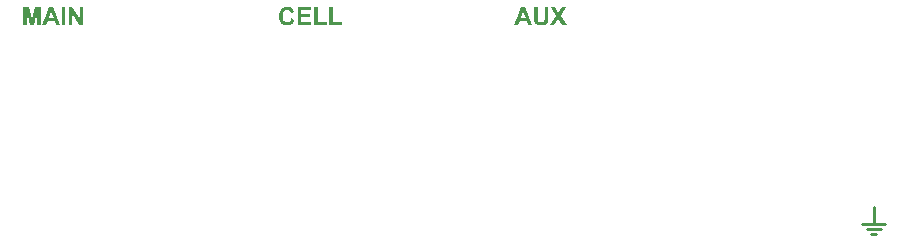
<source format=gbr>
%TF.GenerationSoftware,KiCad,Pcbnew,9.0.2*%
%TF.CreationDate,2025-05-19T10:19:53-04:00*%
%TF.ProjectId,backPanel,6261636b-5061-46e6-956c-2e6b69636164,rev?*%
%TF.SameCoordinates,Original*%
%TF.FileFunction,Legend,Top*%
%TF.FilePolarity,Positive*%
%FSLAX46Y46*%
G04 Gerber Fmt 4.6, Leading zero omitted, Abs format (unit mm)*
G04 Created by KiCad (PCBNEW 9.0.2) date 2025-05-19 10:19:53*
%MOMM*%
%LPD*%
G01*
G04 APERTURE LIST*
%ADD10C,0.250000*%
%ADD11C,0.300000*%
G04 APERTURE END LIST*
D10*
X179000000Y-106800000D02*
X179400000Y-106800000D01*
X178600000Y-106400000D02*
X179800000Y-106400000D01*
X179200000Y-104500000D02*
X179200000Y-106000000D01*
X178200000Y-106000000D02*
X180200000Y-106000000D01*
D11*
G36*
X150292276Y-89122500D02*
G01*
X149962273Y-89122500D01*
X149831115Y-88782513D01*
X149230735Y-88782513D01*
X149106721Y-89122500D01*
X148784962Y-89122500D01*
X149014897Y-88530455D01*
X149323975Y-88530455D01*
X149733845Y-88530455D01*
X149526849Y-87967719D01*
X149323975Y-88530455D01*
X149014897Y-88530455D01*
X149370045Y-87616010D01*
X149690797Y-87616010D01*
X150292276Y-89122500D01*
G37*
G36*
X150450911Y-87616010D02*
G01*
X150754169Y-87616010D01*
X150754169Y-88439322D01*
X150757853Y-88618371D01*
X150765435Y-88693395D01*
X150784650Y-88752054D01*
X150815323Y-88801500D01*
X150858125Y-88843238D01*
X150909884Y-88873342D01*
X150975473Y-88892706D01*
X151058527Y-88899750D01*
X151143145Y-88892843D01*
X151206385Y-88874333D01*
X151253158Y-88846352D01*
X151291596Y-88807367D01*
X151317496Y-88764002D01*
X151332018Y-88715194D01*
X151341336Y-88624569D01*
X151345390Y-88456999D01*
X151345390Y-87616010D01*
X151648739Y-87616010D01*
X151648739Y-88409188D01*
X151641200Y-88661199D01*
X151624101Y-88793413D01*
X151602544Y-88865826D01*
X151572270Y-88928557D01*
X151533426Y-88982915D01*
X151485805Y-89029773D01*
X151427398Y-89070827D01*
X151356655Y-89106013D01*
X151281421Y-89130039D01*
X151186481Y-89145966D01*
X151067777Y-89151809D01*
X150923632Y-89145067D01*
X150817530Y-89127375D01*
X150741347Y-89101892D01*
X150670502Y-89064018D01*
X150612479Y-89020745D01*
X150565675Y-88972107D01*
X150511420Y-88888938D01*
X150480587Y-88804678D01*
X150459594Y-88659457D01*
X150450911Y-88421461D01*
X150450911Y-87616010D01*
G37*
G36*
X151815527Y-89122500D02*
G01*
X152335214Y-88338846D01*
X151863704Y-87616010D01*
X152218253Y-87616010D01*
X152515649Y-88066821D01*
X152814602Y-87616010D01*
X153166037Y-87616010D01*
X152693885Y-88336923D01*
X153212199Y-89122500D01*
X152846384Y-89122500D01*
X152513542Y-88612246D01*
X152179326Y-89122500D01*
X151815527Y-89122500D01*
G37*
G36*
X129874166Y-88565626D02*
G01*
X130168265Y-88659415D01*
X130126303Y-88780938D01*
X130074475Y-88880565D01*
X130013496Y-88961486D01*
X129943318Y-89026146D01*
X129862223Y-89077128D01*
X129770040Y-89114436D01*
X129664840Y-89137768D01*
X129544255Y-89145947D01*
X129425899Y-89137333D01*
X129319213Y-89112370D01*
X129222314Y-89071717D01*
X129133699Y-89015137D01*
X129052320Y-88941516D01*
X128985229Y-88857140D01*
X128932168Y-88760992D01*
X128892990Y-88651371D01*
X128868356Y-88526083D01*
X128859704Y-88382535D01*
X128868561Y-88229799D01*
X128893638Y-88097936D01*
X128933248Y-87983969D01*
X128986496Y-87885360D01*
X129053327Y-87800108D01*
X129134970Y-87725940D01*
X129225262Y-87668592D01*
X129325419Y-87627108D01*
X129437170Y-87601463D01*
X129562665Y-87592562D01*
X129698743Y-87603536D01*
X129816755Y-87634897D01*
X129919864Y-87685437D01*
X130010454Y-87755503D01*
X130070430Y-87825247D01*
X130121927Y-87916044D01*
X130164144Y-88032199D01*
X129863908Y-88102541D01*
X129839054Y-88028735D01*
X129802082Y-87967975D01*
X129752717Y-87918169D01*
X129693242Y-87880999D01*
X129625488Y-87858350D01*
X129547278Y-87850483D01*
X129466077Y-87858322D01*
X129395094Y-87880938D01*
X129332253Y-87918036D01*
X129276168Y-87970742D01*
X129234517Y-88032613D01*
X129202001Y-88114586D01*
X129180272Y-88221698D01*
X129172213Y-88360004D01*
X129180333Y-88507757D01*
X129202040Y-88620308D01*
X129234143Y-88704703D01*
X129274703Y-88766851D01*
X129330121Y-88820121D01*
X129391989Y-88857473D01*
X129461648Y-88880173D01*
X129541141Y-88888026D01*
X129618776Y-88879198D01*
X129687386Y-88853432D01*
X129749145Y-88810266D01*
X129798761Y-88752992D01*
X129840843Y-88673372D01*
X129874166Y-88565626D01*
G37*
G36*
X130428292Y-89122500D02*
G01*
X130428292Y-87616010D01*
X131542131Y-87616010D01*
X131542131Y-87868068D01*
X130731550Y-87868068D01*
X130731550Y-88202192D01*
X131485711Y-88202192D01*
X131485711Y-88454251D01*
X130731550Y-88454251D01*
X130731550Y-88870441D01*
X131570799Y-88870441D01*
X131570799Y-89122500D01*
X130428292Y-89122500D01*
G37*
G36*
X131835956Y-89122500D02*
G01*
X131835956Y-87633595D01*
X132139305Y-87633595D01*
X132139305Y-88870441D01*
X132893466Y-88870441D01*
X132893466Y-89122500D01*
X131835956Y-89122500D01*
G37*
G36*
X133118231Y-89122500D02*
G01*
X133118231Y-87633595D01*
X133421580Y-87633595D01*
X133421580Y-88870441D01*
X134175741Y-88870441D01*
X134175741Y-89122500D01*
X133118231Y-89122500D01*
G37*
G36*
X107217507Y-89122500D02*
G01*
X107217507Y-87616010D01*
X107671433Y-87616010D01*
X107944008Y-88643661D01*
X108213468Y-87616010D01*
X108668493Y-87616010D01*
X108668493Y-89122500D01*
X108386667Y-89122500D01*
X108386667Y-87936670D01*
X108088538Y-89122500D01*
X107796454Y-89122500D01*
X107499333Y-87936670D01*
X107499333Y-89122500D01*
X107217507Y-89122500D01*
G37*
G36*
X110324551Y-89122500D02*
G01*
X109994548Y-89122500D01*
X109863390Y-88782513D01*
X109263011Y-88782513D01*
X109138996Y-89122500D01*
X108817237Y-89122500D01*
X109047173Y-88530455D01*
X109356250Y-88530455D01*
X109766120Y-88530455D01*
X109559124Y-87967719D01*
X109356250Y-88530455D01*
X109047173Y-88530455D01*
X109402321Y-87616010D01*
X109723072Y-87616010D01*
X110324551Y-89122500D01*
G37*
G36*
X110475951Y-89122500D02*
G01*
X110475951Y-87616010D01*
X110779301Y-87616010D01*
X110779301Y-89122500D01*
X110475951Y-89122500D01*
G37*
G36*
X111071568Y-89122500D02*
G01*
X111071568Y-87616010D01*
X111366674Y-87616010D01*
X111981433Y-88624519D01*
X111981433Y-87616010D01*
X112263259Y-87616010D01*
X112263259Y-89122500D01*
X111958902Y-89122500D01*
X111353302Y-88129011D01*
X111353302Y-89122500D01*
X111071568Y-89122500D01*
G37*
M02*

</source>
